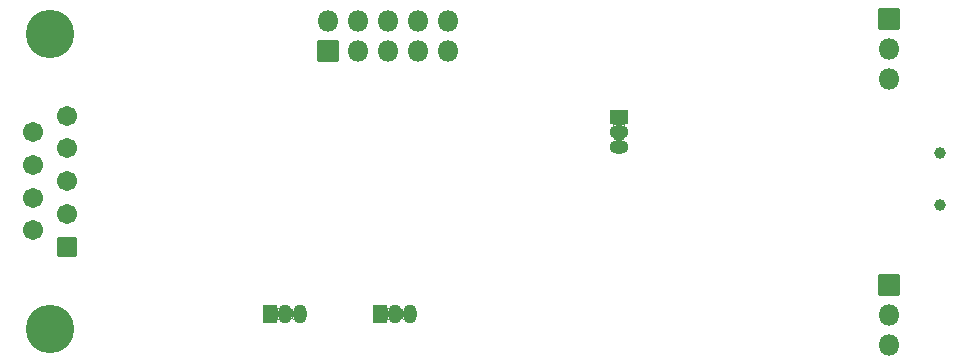
<source format=gbr>
G04 #@! TF.GenerationSoftware,KiCad,Pcbnew,6.99.0-a9ca49a600~144~ubuntu20.04.1*
G04 #@! TF.CreationDate,2022-03-01T02:01:25-05:00*
G04 #@! TF.ProjectId,pa-jtag,70612d6a-7461-4672-9e6b-696361645f70,rev?*
G04 #@! TF.SameCoordinates,Original*
G04 #@! TF.FileFunction,Soldermask,Bot*
G04 #@! TF.FilePolarity,Negative*
%FSLAX46Y46*%
G04 Gerber Fmt 4.6, Leading zero omitted, Abs format (unit mm)*
G04 Created by KiCad (PCBNEW 6.99.0-a9ca49a600~144~ubuntu20.04.1) date 2022-03-01 02:01:25*
%MOMM*%
%LPD*%
G01*
G04 APERTURE LIST*
G04 Aperture macros list*
%AMRoundRect*
0 Rectangle with rounded corners*
0 $1 Rounding radius*
0 $2 $3 $4 $5 $6 $7 $8 $9 X,Y pos of 4 corners*
0 Add a 4 corners polygon primitive as box body*
4,1,4,$2,$3,$4,$5,$6,$7,$8,$9,$2,$3,0*
0 Add four circle primitives for the rounded corners*
1,1,$1+$1,$2,$3*
1,1,$1+$1,$4,$5*
1,1,$1+$1,$6,$7*
1,1,$1+$1,$8,$9*
0 Add four rect primitives between the rounded corners*
20,1,$1+$1,$2,$3,$4,$5,0*
20,1,$1+$1,$4,$5,$6,$7,0*
20,1,$1+$1,$6,$7,$8,$9,0*
20,1,$1+$1,$8,$9,$2,$3,0*%
G04 Aperture macros list end*
%ADD10RoundRect,0.051000X0.850000X-0.850000X0.850000X0.850000X-0.850000X0.850000X-0.850000X-0.850000X0*%
%ADD11O,1.802000X1.802000*%
%ADD12RoundRect,0.051000X-0.525000X-0.750000X0.525000X-0.750000X0.525000X0.750000X-0.525000X0.750000X0*%
%ADD13O,1.152000X1.602000*%
%ADD14C,1.002000*%
%ADD15RoundRect,0.051000X-0.850000X-0.850000X0.850000X-0.850000X0.850000X0.850000X-0.850000X0.850000X0*%
%ADD16RoundRect,0.051000X-0.750000X0.525000X-0.750000X-0.525000X0.750000X-0.525000X0.750000X0.525000X0*%
%ADD17O,1.602000X1.152000*%
%ADD18C,4.102000*%
%ADD19RoundRect,0.051000X-0.800000X0.800000X-0.800000X-0.800000X0.800000X-0.800000X0.800000X0.800000X0*%
%ADD20C,1.702000*%
G04 APERTURE END LIST*
D10*
X146625000Y-71175000D03*
D11*
X146625000Y-68635000D03*
X149165000Y-71175000D03*
X149165000Y-68635000D03*
X151705000Y-71175000D03*
X151705000Y-68635000D03*
X154245000Y-71175000D03*
X154245000Y-68635000D03*
X156785000Y-71175000D03*
X156785000Y-68635000D03*
D12*
X141730000Y-93460000D03*
D13*
X143000000Y-93460000D03*
X144270000Y-93460000D03*
D12*
X151030000Y-93460000D03*
D13*
X152300000Y-93460000D03*
X153570000Y-93460000D03*
D14*
X198475000Y-79800000D03*
X198475000Y-84200000D03*
D15*
X194125000Y-90975000D03*
D11*
X194125000Y-93515000D03*
X194125000Y-96055000D03*
D15*
X194125000Y-68475000D03*
D11*
X194125000Y-71015000D03*
X194125000Y-73555000D03*
D16*
X171300000Y-76750000D03*
D17*
X171300000Y-78020000D03*
X171300000Y-79290000D03*
D18*
X123110331Y-69710000D03*
X123110331Y-94710000D03*
D19*
X124530331Y-87750000D03*
D20*
X124530331Y-84980000D03*
X124530331Y-82210000D03*
X124530331Y-79440000D03*
X124530331Y-76670000D03*
X121690331Y-86365000D03*
X121690331Y-83595000D03*
X121690331Y-80825000D03*
X121690331Y-78055000D03*
G36*
X151607919Y-92833759D02*
G01*
X151627595Y-92900771D01*
X151679938Y-92946126D01*
X151748491Y-92955983D01*
X151811648Y-92927140D01*
X151826563Y-92910630D01*
X151828466Y-92910015D01*
X151829950Y-92911356D01*
X151829634Y-92913189D01*
X151802915Y-92948010D01*
X151745576Y-93086442D01*
X151726000Y-93235132D01*
X151726000Y-93684868D01*
X151745576Y-93833558D01*
X151802915Y-93971990D01*
X151833875Y-94012338D01*
X151834136Y-94014321D01*
X151832549Y-94015539D01*
X151831026Y-94015107D01*
X151778579Y-93972428D01*
X151709751Y-93964697D01*
X151647672Y-93995402D01*
X151611962Y-94054939D01*
X151607984Y-94086014D01*
X151606772Y-94087605D01*
X151604788Y-94087351D01*
X151604000Y-94085760D01*
X151604000Y-92834322D01*
X151605000Y-92832590D01*
X151607000Y-92832590D01*
X151607919Y-92833759D01*
G37*
G36*
X142307919Y-92833759D02*
G01*
X142327595Y-92900771D01*
X142379938Y-92946126D01*
X142448491Y-92955983D01*
X142511648Y-92927140D01*
X142526563Y-92910630D01*
X142528466Y-92910015D01*
X142529950Y-92911356D01*
X142529634Y-92913189D01*
X142502915Y-92948010D01*
X142445576Y-93086442D01*
X142426000Y-93235132D01*
X142426000Y-93684868D01*
X142445576Y-93833558D01*
X142502915Y-93971990D01*
X142533875Y-94012338D01*
X142534136Y-94014321D01*
X142532549Y-94015539D01*
X142531026Y-94015107D01*
X142478579Y-93972428D01*
X142409751Y-93964697D01*
X142347672Y-93995402D01*
X142311962Y-94054939D01*
X142307984Y-94086014D01*
X142306772Y-94087605D01*
X142304788Y-94087351D01*
X142304000Y-94085760D01*
X142304000Y-92834322D01*
X142305000Y-92832590D01*
X142307000Y-92832590D01*
X142307919Y-92833759D01*
G37*
G36*
X143768076Y-92958004D02*
G01*
X143768110Y-92959611D01*
X143715576Y-93086442D01*
X143696000Y-93235132D01*
X143696000Y-93684868D01*
X143715576Y-93833558D01*
X143766941Y-93957565D01*
X143766680Y-93959548D01*
X143764832Y-93960313D01*
X143763445Y-93959463D01*
X143758707Y-93952570D01*
X143758484Y-93952144D01*
X143749930Y-93929506D01*
X143708008Y-93874002D01*
X143643013Y-93850075D01*
X143575403Y-93865087D01*
X143526474Y-93914436D01*
X143520149Y-93928094D01*
X143508689Y-93957487D01*
X143508462Y-93957910D01*
X143505374Y-93962304D01*
X143503560Y-93963146D01*
X143501924Y-93961996D01*
X143501890Y-93960389D01*
X143554424Y-93833558D01*
X143574000Y-93684868D01*
X143574000Y-93235132D01*
X143554424Y-93086442D01*
X143503059Y-92962435D01*
X143503320Y-92960452D01*
X143505168Y-92959687D01*
X143506555Y-92960537D01*
X143511293Y-92967430D01*
X143511516Y-92967856D01*
X143520070Y-92990494D01*
X143561992Y-93045998D01*
X143626987Y-93069925D01*
X143694597Y-93054913D01*
X143743526Y-93005564D01*
X143749851Y-92991906D01*
X143761311Y-92962513D01*
X143761538Y-92962090D01*
X143764626Y-92957696D01*
X143766440Y-92956854D01*
X143768076Y-92958004D01*
G37*
G36*
X153068076Y-92958004D02*
G01*
X153068110Y-92959611D01*
X153015576Y-93086442D01*
X152996000Y-93235132D01*
X152996000Y-93684868D01*
X153015576Y-93833558D01*
X153066941Y-93957565D01*
X153066680Y-93959548D01*
X153064832Y-93960313D01*
X153063445Y-93959463D01*
X153058707Y-93952570D01*
X153058484Y-93952144D01*
X153049930Y-93929506D01*
X153008008Y-93874002D01*
X152943013Y-93850075D01*
X152875403Y-93865087D01*
X152826474Y-93914436D01*
X152820149Y-93928094D01*
X152808689Y-93957487D01*
X152808462Y-93957910D01*
X152805374Y-93962304D01*
X152803560Y-93963146D01*
X152801924Y-93961996D01*
X152801890Y-93960389D01*
X152854424Y-93833558D01*
X152874000Y-93684868D01*
X152874000Y-93235132D01*
X152854424Y-93086442D01*
X152803059Y-92962435D01*
X152803320Y-92960452D01*
X152805168Y-92959687D01*
X152806555Y-92960537D01*
X152811293Y-92967430D01*
X152811516Y-92967856D01*
X152820070Y-92990494D01*
X152861992Y-93045998D01*
X152926987Y-93069925D01*
X152994597Y-93054913D01*
X153043526Y-93005564D01*
X153049851Y-92991906D01*
X153061311Y-92962513D01*
X153061538Y-92962090D01*
X153064626Y-92957696D01*
X153066440Y-92956854D01*
X153068076Y-92958004D01*
G37*
G36*
X170926442Y-78574424D02*
G01*
X171075132Y-78594000D01*
X171524868Y-78594000D01*
X171673558Y-78574424D01*
X171797565Y-78523059D01*
X171799548Y-78523320D01*
X171800313Y-78525168D01*
X171799463Y-78526555D01*
X171792570Y-78531293D01*
X171792144Y-78531516D01*
X171769506Y-78540070D01*
X171714002Y-78581992D01*
X171690075Y-78646987D01*
X171705087Y-78714597D01*
X171754436Y-78763526D01*
X171768094Y-78769851D01*
X171797487Y-78781311D01*
X171797910Y-78781538D01*
X171802304Y-78784626D01*
X171803146Y-78786440D01*
X171801996Y-78788076D01*
X171800389Y-78788110D01*
X171673558Y-78735576D01*
X171524868Y-78716000D01*
X171075132Y-78716000D01*
X170926442Y-78735576D01*
X170802435Y-78786941D01*
X170800452Y-78786680D01*
X170799687Y-78784832D01*
X170800537Y-78783445D01*
X170807430Y-78778707D01*
X170807856Y-78778484D01*
X170830494Y-78769930D01*
X170885998Y-78728008D01*
X170909925Y-78663013D01*
X170894913Y-78595403D01*
X170845564Y-78546474D01*
X170831906Y-78540149D01*
X170802513Y-78528689D01*
X170802090Y-78528462D01*
X170797696Y-78525374D01*
X170796854Y-78523560D01*
X170798004Y-78521924D01*
X170799611Y-78521890D01*
X170926442Y-78574424D01*
G37*
G36*
X171927410Y-77325000D02*
G01*
X171927410Y-77327000D01*
X171926241Y-77327919D01*
X171859229Y-77347595D01*
X171813874Y-77399938D01*
X171804017Y-77468491D01*
X171832860Y-77531648D01*
X171849370Y-77546563D01*
X171849985Y-77548466D01*
X171848644Y-77549950D01*
X171846811Y-77549634D01*
X171811990Y-77522915D01*
X171673558Y-77465576D01*
X171524868Y-77446000D01*
X171075132Y-77446000D01*
X170926442Y-77465576D01*
X170788010Y-77522915D01*
X170747662Y-77553875D01*
X170745679Y-77554136D01*
X170744461Y-77552549D01*
X170744893Y-77551026D01*
X170787572Y-77498579D01*
X170795303Y-77429751D01*
X170764598Y-77367672D01*
X170705061Y-77331962D01*
X170673986Y-77327984D01*
X170672395Y-77326772D01*
X170672649Y-77324788D01*
X170674240Y-77324000D01*
X171925678Y-77324000D01*
X171927410Y-77325000D01*
G37*
M02*

</source>
